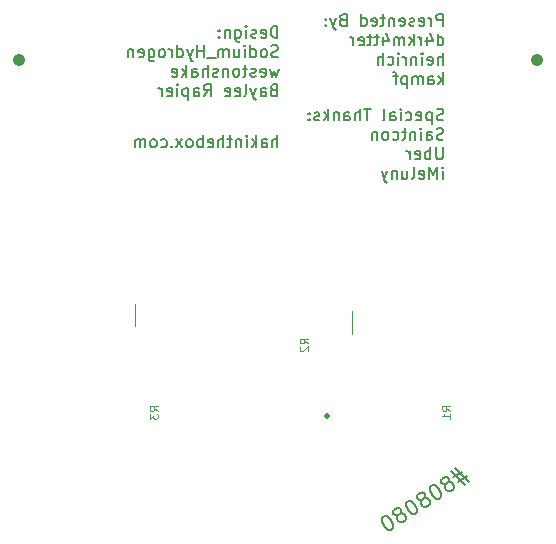
<source format=gbo>
G04 #@! TF.FileFunction,Legend,Bot*
%FSLAX46Y46*%
G04 Gerber Fmt 4.6, Leading zero omitted, Abs format (unit mm)*
G04 Created by KiCad (PCBNEW 4.0.7-e2-6376~61~ubuntu18.04.1) date Wed Sep  5 22:43:36 2018*
%MOMM*%
%LPD*%
G01*
G04 APERTURE LIST*
%ADD10C,0.100000*%
%ADD11C,0.200000*%
%ADD12C,0.150000*%
%ADD13C,0.120000*%
%ADD14C,0.500000*%
%ADD15C,1.000000*%
%ADD16C,0.105000*%
G04 APERTURE END LIST*
D10*
D11*
X173404634Y-144710905D02*
X172643840Y-145204970D01*
X172803877Y-144452054D02*
X173997513Y-145623858D01*
X173041719Y-145595571D02*
X173802513Y-145101506D01*
X173642476Y-145854422D02*
X172448840Y-144682618D01*
X172202520Y-145635787D02*
X172271021Y-145519191D01*
X172288803Y-145435534D01*
X172273647Y-145301158D01*
X172240710Y-145250438D01*
X172124114Y-145181936D01*
X172040457Y-145164154D01*
X171906080Y-145179310D01*
X171703202Y-145311061D01*
X171634700Y-145427656D01*
X171616918Y-145511313D01*
X171632075Y-145645690D01*
X171665012Y-145696410D01*
X171781607Y-145764911D01*
X171865264Y-145782693D01*
X171999642Y-145767537D01*
X172202520Y-145635787D01*
X172336897Y-145620631D01*
X172420554Y-145638413D01*
X172537149Y-145706914D01*
X172668899Y-145909793D01*
X172684055Y-146044169D01*
X172666274Y-146127827D01*
X172597772Y-146244422D01*
X172394894Y-146376172D01*
X172260517Y-146391329D01*
X172176859Y-146373546D01*
X172060264Y-146305045D01*
X171928514Y-146102166D01*
X171913358Y-145967790D01*
X171931140Y-145884133D01*
X171999642Y-145767537D01*
X170840969Y-145871002D02*
X170739530Y-145936877D01*
X170671028Y-146053472D01*
X170653246Y-146137129D01*
X170668402Y-146271507D01*
X170749433Y-146507322D01*
X170914121Y-146760920D01*
X171096592Y-146930861D01*
X171213186Y-146999362D01*
X171296845Y-147017145D01*
X171431221Y-147001989D01*
X171532660Y-146936114D01*
X171601162Y-146819518D01*
X171618944Y-146735861D01*
X171603788Y-146601484D01*
X171522756Y-146365668D01*
X171358068Y-146112070D01*
X171175598Y-145942130D01*
X171059003Y-145873628D01*
X170975346Y-145855846D01*
X170840969Y-145871002D01*
X170173735Y-146953295D02*
X170242237Y-146836699D01*
X170260019Y-146753042D01*
X170244863Y-146618666D01*
X170211925Y-146567946D01*
X170095330Y-146499444D01*
X170011673Y-146481662D01*
X169877296Y-146496818D01*
X169674418Y-146628569D01*
X169605916Y-146745164D01*
X169588134Y-146828821D01*
X169603290Y-146963198D01*
X169636228Y-147013918D01*
X169752823Y-147082419D01*
X169836480Y-147100201D01*
X169970857Y-147085045D01*
X170173735Y-146953295D01*
X170308112Y-146938139D01*
X170391770Y-146955921D01*
X170508364Y-147024422D01*
X170640115Y-147227300D01*
X170655271Y-147361677D01*
X170637489Y-147445335D01*
X170568987Y-147561930D01*
X170366110Y-147693680D01*
X170231732Y-147708837D01*
X170148075Y-147691054D01*
X170031480Y-147622553D01*
X169899729Y-147419674D01*
X169884573Y-147285298D01*
X169902355Y-147201641D01*
X169970857Y-147085045D01*
X168812184Y-147188510D02*
X168710745Y-147254385D01*
X168642244Y-147370980D01*
X168624461Y-147454637D01*
X168639618Y-147589015D01*
X168720649Y-147824830D01*
X168885337Y-148078428D01*
X169067807Y-148248369D01*
X169184402Y-148316870D01*
X169268060Y-148334652D01*
X169402437Y-148319497D01*
X169503876Y-148253622D01*
X169572378Y-148137026D01*
X169590159Y-148053369D01*
X169575003Y-147918992D01*
X169493972Y-147683176D01*
X169329283Y-147429578D01*
X169146814Y-147259638D01*
X169030219Y-147191136D01*
X168946561Y-147173354D01*
X168812184Y-147188510D01*
X168144951Y-148270803D02*
X168213452Y-148154207D01*
X168231234Y-148070550D01*
X168216079Y-147936173D01*
X168183141Y-147885454D01*
X168066546Y-147816952D01*
X167982889Y-147799170D01*
X167848511Y-147814326D01*
X167645634Y-147946077D01*
X167577132Y-148062672D01*
X167559350Y-148146329D01*
X167574506Y-148280706D01*
X167607444Y-148331426D01*
X167724038Y-148399927D01*
X167807695Y-148417709D01*
X167942073Y-148402553D01*
X168144951Y-148270803D01*
X168279328Y-148255647D01*
X168362985Y-148273429D01*
X168479580Y-148341930D01*
X168611331Y-148544808D01*
X168626486Y-148679185D01*
X168608705Y-148762843D01*
X168540203Y-148879438D01*
X168337325Y-149011188D01*
X168202948Y-149026345D01*
X168119290Y-149008562D01*
X168002696Y-148940061D01*
X167870945Y-148737182D01*
X167855789Y-148602806D01*
X167873571Y-148519149D01*
X167942073Y-148402553D01*
X166783400Y-148506018D02*
X166681961Y-148571893D01*
X166613460Y-148688488D01*
X166595677Y-148772145D01*
X166610833Y-148906523D01*
X166691864Y-149142338D01*
X166856553Y-149395936D01*
X167039023Y-149565877D01*
X167155618Y-149634378D01*
X167239276Y-149652160D01*
X167373652Y-149637005D01*
X167475091Y-149571130D01*
X167543594Y-149454534D01*
X167561375Y-149370876D01*
X167546219Y-149236500D01*
X167465188Y-149000684D01*
X167300499Y-148747086D01*
X167118029Y-148577146D01*
X167001434Y-148508643D01*
X166917777Y-148490862D01*
X166783400Y-148506018D01*
D12*
X157761905Y-117252381D02*
X157761905Y-116252381D01*
X157333333Y-117252381D02*
X157333333Y-116728571D01*
X157380952Y-116633333D01*
X157476190Y-116585714D01*
X157619048Y-116585714D01*
X157714286Y-116633333D01*
X157761905Y-116680952D01*
X156428571Y-117252381D02*
X156428571Y-116728571D01*
X156476190Y-116633333D01*
X156571428Y-116585714D01*
X156761905Y-116585714D01*
X156857143Y-116633333D01*
X156428571Y-117204762D02*
X156523809Y-117252381D01*
X156761905Y-117252381D01*
X156857143Y-117204762D01*
X156904762Y-117109524D01*
X156904762Y-117014286D01*
X156857143Y-116919048D01*
X156761905Y-116871429D01*
X156523809Y-116871429D01*
X156428571Y-116823810D01*
X155952381Y-117252381D02*
X155952381Y-116252381D01*
X155857143Y-116871429D02*
X155571428Y-117252381D01*
X155571428Y-116585714D02*
X155952381Y-116966667D01*
X155142857Y-117252381D02*
X155142857Y-116585714D01*
X155142857Y-116252381D02*
X155190476Y-116300000D01*
X155142857Y-116347619D01*
X155095238Y-116300000D01*
X155142857Y-116252381D01*
X155142857Y-116347619D01*
X154666667Y-116585714D02*
X154666667Y-117252381D01*
X154666667Y-116680952D02*
X154619048Y-116633333D01*
X154523810Y-116585714D01*
X154380952Y-116585714D01*
X154285714Y-116633333D01*
X154238095Y-116728571D01*
X154238095Y-117252381D01*
X153904762Y-116585714D02*
X153523810Y-116585714D01*
X153761905Y-116252381D02*
X153761905Y-117109524D01*
X153714286Y-117204762D01*
X153619048Y-117252381D01*
X153523810Y-117252381D01*
X153190476Y-117252381D02*
X153190476Y-116252381D01*
X152761904Y-117252381D02*
X152761904Y-116728571D01*
X152809523Y-116633333D01*
X152904761Y-116585714D01*
X153047619Y-116585714D01*
X153142857Y-116633333D01*
X153190476Y-116680952D01*
X151904761Y-117204762D02*
X151999999Y-117252381D01*
X152190476Y-117252381D01*
X152285714Y-117204762D01*
X152333333Y-117109524D01*
X152333333Y-116728571D01*
X152285714Y-116633333D01*
X152190476Y-116585714D01*
X151999999Y-116585714D01*
X151904761Y-116633333D01*
X151857142Y-116728571D01*
X151857142Y-116823810D01*
X152333333Y-116919048D01*
X151428571Y-117252381D02*
X151428571Y-116252381D01*
X151428571Y-116633333D02*
X151333333Y-116585714D01*
X151142856Y-116585714D01*
X151047618Y-116633333D01*
X150999999Y-116680952D01*
X150952380Y-116776190D01*
X150952380Y-117061905D01*
X150999999Y-117157143D01*
X151047618Y-117204762D01*
X151142856Y-117252381D01*
X151333333Y-117252381D01*
X151428571Y-117204762D01*
X150380952Y-117252381D02*
X150476190Y-117204762D01*
X150523809Y-117157143D01*
X150571428Y-117061905D01*
X150571428Y-116776190D01*
X150523809Y-116680952D01*
X150476190Y-116633333D01*
X150380952Y-116585714D01*
X150238094Y-116585714D01*
X150142856Y-116633333D01*
X150095237Y-116680952D01*
X150047618Y-116776190D01*
X150047618Y-117061905D01*
X150095237Y-117157143D01*
X150142856Y-117204762D01*
X150238094Y-117252381D01*
X150380952Y-117252381D01*
X149714285Y-117252381D02*
X149190475Y-116585714D01*
X149714285Y-116585714D02*
X149190475Y-117252381D01*
X148809523Y-117157143D02*
X148761904Y-117204762D01*
X148809523Y-117252381D01*
X148857142Y-117204762D01*
X148809523Y-117157143D01*
X148809523Y-117252381D01*
X147904761Y-117204762D02*
X147999999Y-117252381D01*
X148190476Y-117252381D01*
X148285714Y-117204762D01*
X148333333Y-117157143D01*
X148380952Y-117061905D01*
X148380952Y-116776190D01*
X148333333Y-116680952D01*
X148285714Y-116633333D01*
X148190476Y-116585714D01*
X147999999Y-116585714D01*
X147904761Y-116633333D01*
X147333333Y-117252381D02*
X147428571Y-117204762D01*
X147476190Y-117157143D01*
X147523809Y-117061905D01*
X147523809Y-116776190D01*
X147476190Y-116680952D01*
X147428571Y-116633333D01*
X147333333Y-116585714D01*
X147190475Y-116585714D01*
X147095237Y-116633333D01*
X147047618Y-116680952D01*
X146999999Y-116776190D01*
X146999999Y-117061905D01*
X147047618Y-117157143D01*
X147095237Y-117204762D01*
X147190475Y-117252381D01*
X147333333Y-117252381D01*
X146571428Y-117252381D02*
X146571428Y-116585714D01*
X146571428Y-116680952D02*
X146523809Y-116633333D01*
X146428571Y-116585714D01*
X146285713Y-116585714D01*
X146190475Y-116633333D01*
X146142856Y-116728571D01*
X146142856Y-117252381D01*
X146142856Y-116728571D02*
X146095237Y-116633333D01*
X145999999Y-116585714D01*
X145857142Y-116585714D01*
X145761904Y-116633333D01*
X145714285Y-116728571D01*
X145714285Y-117252381D01*
X157761905Y-107977381D02*
X157761905Y-106977381D01*
X157523810Y-106977381D01*
X157380952Y-107025000D01*
X157285714Y-107120238D01*
X157238095Y-107215476D01*
X157190476Y-107405952D01*
X157190476Y-107548810D01*
X157238095Y-107739286D01*
X157285714Y-107834524D01*
X157380952Y-107929762D01*
X157523810Y-107977381D01*
X157761905Y-107977381D01*
X156380952Y-107929762D02*
X156476190Y-107977381D01*
X156666667Y-107977381D01*
X156761905Y-107929762D01*
X156809524Y-107834524D01*
X156809524Y-107453571D01*
X156761905Y-107358333D01*
X156666667Y-107310714D01*
X156476190Y-107310714D01*
X156380952Y-107358333D01*
X156333333Y-107453571D01*
X156333333Y-107548810D01*
X156809524Y-107644048D01*
X155952381Y-107929762D02*
X155857143Y-107977381D01*
X155666667Y-107977381D01*
X155571428Y-107929762D01*
X155523809Y-107834524D01*
X155523809Y-107786905D01*
X155571428Y-107691667D01*
X155666667Y-107644048D01*
X155809524Y-107644048D01*
X155904762Y-107596429D01*
X155952381Y-107501190D01*
X155952381Y-107453571D01*
X155904762Y-107358333D01*
X155809524Y-107310714D01*
X155666667Y-107310714D01*
X155571428Y-107358333D01*
X155095238Y-107977381D02*
X155095238Y-107310714D01*
X155095238Y-106977381D02*
X155142857Y-107025000D01*
X155095238Y-107072619D01*
X155047619Y-107025000D01*
X155095238Y-106977381D01*
X155095238Y-107072619D01*
X154190476Y-107310714D02*
X154190476Y-108120238D01*
X154238095Y-108215476D01*
X154285714Y-108263095D01*
X154380953Y-108310714D01*
X154523810Y-108310714D01*
X154619048Y-108263095D01*
X154190476Y-107929762D02*
X154285714Y-107977381D01*
X154476191Y-107977381D01*
X154571429Y-107929762D01*
X154619048Y-107882143D01*
X154666667Y-107786905D01*
X154666667Y-107501190D01*
X154619048Y-107405952D01*
X154571429Y-107358333D01*
X154476191Y-107310714D01*
X154285714Y-107310714D01*
X154190476Y-107358333D01*
X153714286Y-107310714D02*
X153714286Y-107977381D01*
X153714286Y-107405952D02*
X153666667Y-107358333D01*
X153571429Y-107310714D01*
X153428571Y-107310714D01*
X153333333Y-107358333D01*
X153285714Y-107453571D01*
X153285714Y-107977381D01*
X152809524Y-107882143D02*
X152761905Y-107929762D01*
X152809524Y-107977381D01*
X152857143Y-107929762D01*
X152809524Y-107882143D01*
X152809524Y-107977381D01*
X152809524Y-107358333D02*
X152761905Y-107405952D01*
X152809524Y-107453571D01*
X152857143Y-107405952D01*
X152809524Y-107358333D01*
X152809524Y-107453571D01*
X157809524Y-109579762D02*
X157666667Y-109627381D01*
X157428571Y-109627381D01*
X157333333Y-109579762D01*
X157285714Y-109532143D01*
X157238095Y-109436905D01*
X157238095Y-109341667D01*
X157285714Y-109246429D01*
X157333333Y-109198810D01*
X157428571Y-109151190D01*
X157619048Y-109103571D01*
X157714286Y-109055952D01*
X157761905Y-109008333D01*
X157809524Y-108913095D01*
X157809524Y-108817857D01*
X157761905Y-108722619D01*
X157714286Y-108675000D01*
X157619048Y-108627381D01*
X157380952Y-108627381D01*
X157238095Y-108675000D01*
X156666667Y-109627381D02*
X156761905Y-109579762D01*
X156809524Y-109532143D01*
X156857143Y-109436905D01*
X156857143Y-109151190D01*
X156809524Y-109055952D01*
X156761905Y-109008333D01*
X156666667Y-108960714D01*
X156523809Y-108960714D01*
X156428571Y-109008333D01*
X156380952Y-109055952D01*
X156333333Y-109151190D01*
X156333333Y-109436905D01*
X156380952Y-109532143D01*
X156428571Y-109579762D01*
X156523809Y-109627381D01*
X156666667Y-109627381D01*
X155476190Y-109627381D02*
X155476190Y-108627381D01*
X155476190Y-109579762D02*
X155571428Y-109627381D01*
X155761905Y-109627381D01*
X155857143Y-109579762D01*
X155904762Y-109532143D01*
X155952381Y-109436905D01*
X155952381Y-109151190D01*
X155904762Y-109055952D01*
X155857143Y-109008333D01*
X155761905Y-108960714D01*
X155571428Y-108960714D01*
X155476190Y-109008333D01*
X155000000Y-109627381D02*
X155000000Y-108960714D01*
X155000000Y-108627381D02*
X155047619Y-108675000D01*
X155000000Y-108722619D01*
X154952381Y-108675000D01*
X155000000Y-108627381D01*
X155000000Y-108722619D01*
X154095238Y-108960714D02*
X154095238Y-109627381D01*
X154523810Y-108960714D02*
X154523810Y-109484524D01*
X154476191Y-109579762D01*
X154380953Y-109627381D01*
X154238095Y-109627381D01*
X154142857Y-109579762D01*
X154095238Y-109532143D01*
X153619048Y-109627381D02*
X153619048Y-108960714D01*
X153619048Y-109055952D02*
X153571429Y-109008333D01*
X153476191Y-108960714D01*
X153333333Y-108960714D01*
X153238095Y-109008333D01*
X153190476Y-109103571D01*
X153190476Y-109627381D01*
X153190476Y-109103571D02*
X153142857Y-109008333D01*
X153047619Y-108960714D01*
X152904762Y-108960714D01*
X152809524Y-109008333D01*
X152761905Y-109103571D01*
X152761905Y-109627381D01*
X152523810Y-109722619D02*
X151761905Y-109722619D01*
X151523810Y-109627381D02*
X151523810Y-108627381D01*
X151523810Y-109103571D02*
X150952381Y-109103571D01*
X150952381Y-109627381D02*
X150952381Y-108627381D01*
X150571429Y-108960714D02*
X150333334Y-109627381D01*
X150095238Y-108960714D02*
X150333334Y-109627381D01*
X150428572Y-109865476D01*
X150476191Y-109913095D01*
X150571429Y-109960714D01*
X149285714Y-109627381D02*
X149285714Y-108627381D01*
X149285714Y-109579762D02*
X149380952Y-109627381D01*
X149571429Y-109627381D01*
X149666667Y-109579762D01*
X149714286Y-109532143D01*
X149761905Y-109436905D01*
X149761905Y-109151190D01*
X149714286Y-109055952D01*
X149666667Y-109008333D01*
X149571429Y-108960714D01*
X149380952Y-108960714D01*
X149285714Y-109008333D01*
X148809524Y-109627381D02*
X148809524Y-108960714D01*
X148809524Y-109151190D02*
X148761905Y-109055952D01*
X148714286Y-109008333D01*
X148619048Y-108960714D01*
X148523809Y-108960714D01*
X148047619Y-109627381D02*
X148142857Y-109579762D01*
X148190476Y-109532143D01*
X148238095Y-109436905D01*
X148238095Y-109151190D01*
X148190476Y-109055952D01*
X148142857Y-109008333D01*
X148047619Y-108960714D01*
X147904761Y-108960714D01*
X147809523Y-109008333D01*
X147761904Y-109055952D01*
X147714285Y-109151190D01*
X147714285Y-109436905D01*
X147761904Y-109532143D01*
X147809523Y-109579762D01*
X147904761Y-109627381D01*
X148047619Y-109627381D01*
X146857142Y-108960714D02*
X146857142Y-109770238D01*
X146904761Y-109865476D01*
X146952380Y-109913095D01*
X147047619Y-109960714D01*
X147190476Y-109960714D01*
X147285714Y-109913095D01*
X146857142Y-109579762D02*
X146952380Y-109627381D01*
X147142857Y-109627381D01*
X147238095Y-109579762D01*
X147285714Y-109532143D01*
X147333333Y-109436905D01*
X147333333Y-109151190D01*
X147285714Y-109055952D01*
X147238095Y-109008333D01*
X147142857Y-108960714D01*
X146952380Y-108960714D01*
X146857142Y-109008333D01*
X145999999Y-109579762D02*
X146095237Y-109627381D01*
X146285714Y-109627381D01*
X146380952Y-109579762D01*
X146428571Y-109484524D01*
X146428571Y-109103571D01*
X146380952Y-109008333D01*
X146285714Y-108960714D01*
X146095237Y-108960714D01*
X145999999Y-109008333D01*
X145952380Y-109103571D01*
X145952380Y-109198810D01*
X146428571Y-109294048D01*
X145523809Y-108960714D02*
X145523809Y-109627381D01*
X145523809Y-109055952D02*
X145476190Y-109008333D01*
X145380952Y-108960714D01*
X145238094Y-108960714D01*
X145142856Y-109008333D01*
X145095237Y-109103571D01*
X145095237Y-109627381D01*
X157857143Y-110610714D02*
X157666667Y-111277381D01*
X157476190Y-110801190D01*
X157285714Y-111277381D01*
X157095238Y-110610714D01*
X156333333Y-111229762D02*
X156428571Y-111277381D01*
X156619048Y-111277381D01*
X156714286Y-111229762D01*
X156761905Y-111134524D01*
X156761905Y-110753571D01*
X156714286Y-110658333D01*
X156619048Y-110610714D01*
X156428571Y-110610714D01*
X156333333Y-110658333D01*
X156285714Y-110753571D01*
X156285714Y-110848810D01*
X156761905Y-110944048D01*
X155904762Y-111229762D02*
X155809524Y-111277381D01*
X155619048Y-111277381D01*
X155523809Y-111229762D01*
X155476190Y-111134524D01*
X155476190Y-111086905D01*
X155523809Y-110991667D01*
X155619048Y-110944048D01*
X155761905Y-110944048D01*
X155857143Y-110896429D01*
X155904762Y-110801190D01*
X155904762Y-110753571D01*
X155857143Y-110658333D01*
X155761905Y-110610714D01*
X155619048Y-110610714D01*
X155523809Y-110658333D01*
X155190476Y-110610714D02*
X154809524Y-110610714D01*
X155047619Y-110277381D02*
X155047619Y-111134524D01*
X155000000Y-111229762D01*
X154904762Y-111277381D01*
X154809524Y-111277381D01*
X154333333Y-111277381D02*
X154428571Y-111229762D01*
X154476190Y-111182143D01*
X154523809Y-111086905D01*
X154523809Y-110801190D01*
X154476190Y-110705952D01*
X154428571Y-110658333D01*
X154333333Y-110610714D01*
X154190475Y-110610714D01*
X154095237Y-110658333D01*
X154047618Y-110705952D01*
X153999999Y-110801190D01*
X153999999Y-111086905D01*
X154047618Y-111182143D01*
X154095237Y-111229762D01*
X154190475Y-111277381D01*
X154333333Y-111277381D01*
X153571428Y-110610714D02*
X153571428Y-111277381D01*
X153571428Y-110705952D02*
X153523809Y-110658333D01*
X153428571Y-110610714D01*
X153285713Y-110610714D01*
X153190475Y-110658333D01*
X153142856Y-110753571D01*
X153142856Y-111277381D01*
X152714285Y-111229762D02*
X152619047Y-111277381D01*
X152428571Y-111277381D01*
X152333332Y-111229762D01*
X152285713Y-111134524D01*
X152285713Y-111086905D01*
X152333332Y-110991667D01*
X152428571Y-110944048D01*
X152571428Y-110944048D01*
X152666666Y-110896429D01*
X152714285Y-110801190D01*
X152714285Y-110753571D01*
X152666666Y-110658333D01*
X152571428Y-110610714D01*
X152428571Y-110610714D01*
X152333332Y-110658333D01*
X151857142Y-111277381D02*
X151857142Y-110277381D01*
X151428570Y-111277381D02*
X151428570Y-110753571D01*
X151476189Y-110658333D01*
X151571427Y-110610714D01*
X151714285Y-110610714D01*
X151809523Y-110658333D01*
X151857142Y-110705952D01*
X150523808Y-111277381D02*
X150523808Y-110753571D01*
X150571427Y-110658333D01*
X150666665Y-110610714D01*
X150857142Y-110610714D01*
X150952380Y-110658333D01*
X150523808Y-111229762D02*
X150619046Y-111277381D01*
X150857142Y-111277381D01*
X150952380Y-111229762D01*
X150999999Y-111134524D01*
X150999999Y-111039286D01*
X150952380Y-110944048D01*
X150857142Y-110896429D01*
X150619046Y-110896429D01*
X150523808Y-110848810D01*
X150047618Y-111277381D02*
X150047618Y-110277381D01*
X149952380Y-110896429D02*
X149666665Y-111277381D01*
X149666665Y-110610714D02*
X150047618Y-110991667D01*
X148857141Y-111229762D02*
X148952379Y-111277381D01*
X149142856Y-111277381D01*
X149238094Y-111229762D01*
X149285713Y-111134524D01*
X149285713Y-110753571D01*
X149238094Y-110658333D01*
X149142856Y-110610714D01*
X148952379Y-110610714D01*
X148857141Y-110658333D01*
X148809522Y-110753571D01*
X148809522Y-110848810D01*
X149285713Y-110944048D01*
X157428571Y-112403571D02*
X157285714Y-112451190D01*
X157238095Y-112498810D01*
X157190476Y-112594048D01*
X157190476Y-112736905D01*
X157238095Y-112832143D01*
X157285714Y-112879762D01*
X157380952Y-112927381D01*
X157761905Y-112927381D01*
X157761905Y-111927381D01*
X157428571Y-111927381D01*
X157333333Y-111975000D01*
X157285714Y-112022619D01*
X157238095Y-112117857D01*
X157238095Y-112213095D01*
X157285714Y-112308333D01*
X157333333Y-112355952D01*
X157428571Y-112403571D01*
X157761905Y-112403571D01*
X156333333Y-112927381D02*
X156333333Y-112403571D01*
X156380952Y-112308333D01*
X156476190Y-112260714D01*
X156666667Y-112260714D01*
X156761905Y-112308333D01*
X156333333Y-112879762D02*
X156428571Y-112927381D01*
X156666667Y-112927381D01*
X156761905Y-112879762D01*
X156809524Y-112784524D01*
X156809524Y-112689286D01*
X156761905Y-112594048D01*
X156666667Y-112546429D01*
X156428571Y-112546429D01*
X156333333Y-112498810D01*
X155952381Y-112260714D02*
X155714286Y-112927381D01*
X155476190Y-112260714D02*
X155714286Y-112927381D01*
X155809524Y-113165476D01*
X155857143Y-113213095D01*
X155952381Y-113260714D01*
X154952381Y-112927381D02*
X155047619Y-112879762D01*
X155095238Y-112784524D01*
X155095238Y-111927381D01*
X154190475Y-112879762D02*
X154285713Y-112927381D01*
X154476190Y-112927381D01*
X154571428Y-112879762D01*
X154619047Y-112784524D01*
X154619047Y-112403571D01*
X154571428Y-112308333D01*
X154476190Y-112260714D01*
X154285713Y-112260714D01*
X154190475Y-112308333D01*
X154142856Y-112403571D01*
X154142856Y-112498810D01*
X154619047Y-112594048D01*
X153333332Y-112879762D02*
X153428570Y-112927381D01*
X153619047Y-112927381D01*
X153714285Y-112879762D01*
X153761904Y-112784524D01*
X153761904Y-112403571D01*
X153714285Y-112308333D01*
X153619047Y-112260714D01*
X153428570Y-112260714D01*
X153333332Y-112308333D01*
X153285713Y-112403571D01*
X153285713Y-112498810D01*
X153761904Y-112594048D01*
X151523808Y-112927381D02*
X151857142Y-112451190D01*
X152095237Y-112927381D02*
X152095237Y-111927381D01*
X151714284Y-111927381D01*
X151619046Y-111975000D01*
X151571427Y-112022619D01*
X151523808Y-112117857D01*
X151523808Y-112260714D01*
X151571427Y-112355952D01*
X151619046Y-112403571D01*
X151714284Y-112451190D01*
X152095237Y-112451190D01*
X150666665Y-112927381D02*
X150666665Y-112403571D01*
X150714284Y-112308333D01*
X150809522Y-112260714D01*
X150999999Y-112260714D01*
X151095237Y-112308333D01*
X150666665Y-112879762D02*
X150761903Y-112927381D01*
X150999999Y-112927381D01*
X151095237Y-112879762D01*
X151142856Y-112784524D01*
X151142856Y-112689286D01*
X151095237Y-112594048D01*
X150999999Y-112546429D01*
X150761903Y-112546429D01*
X150666665Y-112498810D01*
X150190475Y-112260714D02*
X150190475Y-113260714D01*
X150190475Y-112308333D02*
X150095237Y-112260714D01*
X149904760Y-112260714D01*
X149809522Y-112308333D01*
X149761903Y-112355952D01*
X149714284Y-112451190D01*
X149714284Y-112736905D01*
X149761903Y-112832143D01*
X149809522Y-112879762D01*
X149904760Y-112927381D01*
X150095237Y-112927381D01*
X150190475Y-112879762D01*
X149285713Y-112927381D02*
X149285713Y-112260714D01*
X149285713Y-111927381D02*
X149333332Y-111975000D01*
X149285713Y-112022619D01*
X149238094Y-111975000D01*
X149285713Y-111927381D01*
X149285713Y-112022619D01*
X148428570Y-112879762D02*
X148523808Y-112927381D01*
X148714285Y-112927381D01*
X148809523Y-112879762D01*
X148857142Y-112784524D01*
X148857142Y-112403571D01*
X148809523Y-112308333D01*
X148714285Y-112260714D01*
X148523808Y-112260714D01*
X148428570Y-112308333D01*
X148380951Y-112403571D01*
X148380951Y-112498810D01*
X148857142Y-112594048D01*
X147952380Y-112927381D02*
X147952380Y-112260714D01*
X147952380Y-112451190D02*
X147904761Y-112355952D01*
X147857142Y-112308333D01*
X147761904Y-112260714D01*
X147666665Y-112260714D01*
X171809524Y-114929762D02*
X171666667Y-114977381D01*
X171428571Y-114977381D01*
X171333333Y-114929762D01*
X171285714Y-114882143D01*
X171238095Y-114786905D01*
X171238095Y-114691667D01*
X171285714Y-114596429D01*
X171333333Y-114548810D01*
X171428571Y-114501190D01*
X171619048Y-114453571D01*
X171714286Y-114405952D01*
X171761905Y-114358333D01*
X171809524Y-114263095D01*
X171809524Y-114167857D01*
X171761905Y-114072619D01*
X171714286Y-114025000D01*
X171619048Y-113977381D01*
X171380952Y-113977381D01*
X171238095Y-114025000D01*
X170809524Y-114310714D02*
X170809524Y-115310714D01*
X170809524Y-114358333D02*
X170714286Y-114310714D01*
X170523809Y-114310714D01*
X170428571Y-114358333D01*
X170380952Y-114405952D01*
X170333333Y-114501190D01*
X170333333Y-114786905D01*
X170380952Y-114882143D01*
X170428571Y-114929762D01*
X170523809Y-114977381D01*
X170714286Y-114977381D01*
X170809524Y-114929762D01*
X169523809Y-114929762D02*
X169619047Y-114977381D01*
X169809524Y-114977381D01*
X169904762Y-114929762D01*
X169952381Y-114834524D01*
X169952381Y-114453571D01*
X169904762Y-114358333D01*
X169809524Y-114310714D01*
X169619047Y-114310714D01*
X169523809Y-114358333D01*
X169476190Y-114453571D01*
X169476190Y-114548810D01*
X169952381Y-114644048D01*
X168619047Y-114929762D02*
X168714285Y-114977381D01*
X168904762Y-114977381D01*
X169000000Y-114929762D01*
X169047619Y-114882143D01*
X169095238Y-114786905D01*
X169095238Y-114501190D01*
X169047619Y-114405952D01*
X169000000Y-114358333D01*
X168904762Y-114310714D01*
X168714285Y-114310714D01*
X168619047Y-114358333D01*
X168190476Y-114977381D02*
X168190476Y-114310714D01*
X168190476Y-113977381D02*
X168238095Y-114025000D01*
X168190476Y-114072619D01*
X168142857Y-114025000D01*
X168190476Y-113977381D01*
X168190476Y-114072619D01*
X167285714Y-114977381D02*
X167285714Y-114453571D01*
X167333333Y-114358333D01*
X167428571Y-114310714D01*
X167619048Y-114310714D01*
X167714286Y-114358333D01*
X167285714Y-114929762D02*
X167380952Y-114977381D01*
X167619048Y-114977381D01*
X167714286Y-114929762D01*
X167761905Y-114834524D01*
X167761905Y-114739286D01*
X167714286Y-114644048D01*
X167619048Y-114596429D01*
X167380952Y-114596429D01*
X167285714Y-114548810D01*
X166666667Y-114977381D02*
X166761905Y-114929762D01*
X166809524Y-114834524D01*
X166809524Y-113977381D01*
X165666666Y-113977381D02*
X165095237Y-113977381D01*
X165380952Y-114977381D02*
X165380952Y-113977381D01*
X164761904Y-114977381D02*
X164761904Y-113977381D01*
X164333332Y-114977381D02*
X164333332Y-114453571D01*
X164380951Y-114358333D01*
X164476189Y-114310714D01*
X164619047Y-114310714D01*
X164714285Y-114358333D01*
X164761904Y-114405952D01*
X163428570Y-114977381D02*
X163428570Y-114453571D01*
X163476189Y-114358333D01*
X163571427Y-114310714D01*
X163761904Y-114310714D01*
X163857142Y-114358333D01*
X163428570Y-114929762D02*
X163523808Y-114977381D01*
X163761904Y-114977381D01*
X163857142Y-114929762D01*
X163904761Y-114834524D01*
X163904761Y-114739286D01*
X163857142Y-114644048D01*
X163761904Y-114596429D01*
X163523808Y-114596429D01*
X163428570Y-114548810D01*
X162952380Y-114310714D02*
X162952380Y-114977381D01*
X162952380Y-114405952D02*
X162904761Y-114358333D01*
X162809523Y-114310714D01*
X162666665Y-114310714D01*
X162571427Y-114358333D01*
X162523808Y-114453571D01*
X162523808Y-114977381D01*
X162047618Y-114977381D02*
X162047618Y-113977381D01*
X161952380Y-114596429D02*
X161666665Y-114977381D01*
X161666665Y-114310714D02*
X162047618Y-114691667D01*
X161285713Y-114929762D02*
X161190475Y-114977381D01*
X160999999Y-114977381D01*
X160904760Y-114929762D01*
X160857141Y-114834524D01*
X160857141Y-114786905D01*
X160904760Y-114691667D01*
X160999999Y-114644048D01*
X161142856Y-114644048D01*
X161238094Y-114596429D01*
X161285713Y-114501190D01*
X161285713Y-114453571D01*
X161238094Y-114358333D01*
X161142856Y-114310714D01*
X160999999Y-114310714D01*
X160904760Y-114358333D01*
X160428570Y-114882143D02*
X160380951Y-114929762D01*
X160428570Y-114977381D01*
X160476189Y-114929762D01*
X160428570Y-114882143D01*
X160428570Y-114977381D01*
X160428570Y-114358333D02*
X160380951Y-114405952D01*
X160428570Y-114453571D01*
X160476189Y-114405952D01*
X160428570Y-114358333D01*
X160428570Y-114453571D01*
X171809524Y-116579762D02*
X171666667Y-116627381D01*
X171428571Y-116627381D01*
X171333333Y-116579762D01*
X171285714Y-116532143D01*
X171238095Y-116436905D01*
X171238095Y-116341667D01*
X171285714Y-116246429D01*
X171333333Y-116198810D01*
X171428571Y-116151190D01*
X171619048Y-116103571D01*
X171714286Y-116055952D01*
X171761905Y-116008333D01*
X171809524Y-115913095D01*
X171809524Y-115817857D01*
X171761905Y-115722619D01*
X171714286Y-115675000D01*
X171619048Y-115627381D01*
X171380952Y-115627381D01*
X171238095Y-115675000D01*
X170380952Y-116627381D02*
X170380952Y-116103571D01*
X170428571Y-116008333D01*
X170523809Y-115960714D01*
X170714286Y-115960714D01*
X170809524Y-116008333D01*
X170380952Y-116579762D02*
X170476190Y-116627381D01*
X170714286Y-116627381D01*
X170809524Y-116579762D01*
X170857143Y-116484524D01*
X170857143Y-116389286D01*
X170809524Y-116294048D01*
X170714286Y-116246429D01*
X170476190Y-116246429D01*
X170380952Y-116198810D01*
X169904762Y-116627381D02*
X169904762Y-115960714D01*
X169904762Y-115627381D02*
X169952381Y-115675000D01*
X169904762Y-115722619D01*
X169857143Y-115675000D01*
X169904762Y-115627381D01*
X169904762Y-115722619D01*
X169428572Y-115960714D02*
X169428572Y-116627381D01*
X169428572Y-116055952D02*
X169380953Y-116008333D01*
X169285715Y-115960714D01*
X169142857Y-115960714D01*
X169047619Y-116008333D01*
X169000000Y-116103571D01*
X169000000Y-116627381D01*
X168666667Y-115960714D02*
X168285715Y-115960714D01*
X168523810Y-115627381D02*
X168523810Y-116484524D01*
X168476191Y-116579762D01*
X168380953Y-116627381D01*
X168285715Y-116627381D01*
X167523809Y-116579762D02*
X167619047Y-116627381D01*
X167809524Y-116627381D01*
X167904762Y-116579762D01*
X167952381Y-116532143D01*
X168000000Y-116436905D01*
X168000000Y-116151190D01*
X167952381Y-116055952D01*
X167904762Y-116008333D01*
X167809524Y-115960714D01*
X167619047Y-115960714D01*
X167523809Y-116008333D01*
X166952381Y-116627381D02*
X167047619Y-116579762D01*
X167095238Y-116532143D01*
X167142857Y-116436905D01*
X167142857Y-116151190D01*
X167095238Y-116055952D01*
X167047619Y-116008333D01*
X166952381Y-115960714D01*
X166809523Y-115960714D01*
X166714285Y-116008333D01*
X166666666Y-116055952D01*
X166619047Y-116151190D01*
X166619047Y-116436905D01*
X166666666Y-116532143D01*
X166714285Y-116579762D01*
X166809523Y-116627381D01*
X166952381Y-116627381D01*
X166190476Y-115960714D02*
X166190476Y-116627381D01*
X166190476Y-116055952D02*
X166142857Y-116008333D01*
X166047619Y-115960714D01*
X165904761Y-115960714D01*
X165809523Y-116008333D01*
X165761904Y-116103571D01*
X165761904Y-116627381D01*
X171761905Y-117277381D02*
X171761905Y-118086905D01*
X171714286Y-118182143D01*
X171666667Y-118229762D01*
X171571429Y-118277381D01*
X171380952Y-118277381D01*
X171285714Y-118229762D01*
X171238095Y-118182143D01*
X171190476Y-118086905D01*
X171190476Y-117277381D01*
X170714286Y-118277381D02*
X170714286Y-117277381D01*
X170714286Y-117658333D02*
X170619048Y-117610714D01*
X170428571Y-117610714D01*
X170333333Y-117658333D01*
X170285714Y-117705952D01*
X170238095Y-117801190D01*
X170238095Y-118086905D01*
X170285714Y-118182143D01*
X170333333Y-118229762D01*
X170428571Y-118277381D01*
X170619048Y-118277381D01*
X170714286Y-118229762D01*
X169428571Y-118229762D02*
X169523809Y-118277381D01*
X169714286Y-118277381D01*
X169809524Y-118229762D01*
X169857143Y-118134524D01*
X169857143Y-117753571D01*
X169809524Y-117658333D01*
X169714286Y-117610714D01*
X169523809Y-117610714D01*
X169428571Y-117658333D01*
X169380952Y-117753571D01*
X169380952Y-117848810D01*
X169857143Y-117944048D01*
X168952381Y-118277381D02*
X168952381Y-117610714D01*
X168952381Y-117801190D02*
X168904762Y-117705952D01*
X168857143Y-117658333D01*
X168761905Y-117610714D01*
X168666666Y-117610714D01*
X171761905Y-119927381D02*
X171761905Y-119260714D01*
X171761905Y-118927381D02*
X171809524Y-118975000D01*
X171761905Y-119022619D01*
X171714286Y-118975000D01*
X171761905Y-118927381D01*
X171761905Y-119022619D01*
X171285715Y-119927381D02*
X171285715Y-118927381D01*
X170952381Y-119641667D01*
X170619048Y-118927381D01*
X170619048Y-119927381D01*
X169761905Y-119879762D02*
X169857143Y-119927381D01*
X170047620Y-119927381D01*
X170142858Y-119879762D01*
X170190477Y-119784524D01*
X170190477Y-119403571D01*
X170142858Y-119308333D01*
X170047620Y-119260714D01*
X169857143Y-119260714D01*
X169761905Y-119308333D01*
X169714286Y-119403571D01*
X169714286Y-119498810D01*
X170190477Y-119594048D01*
X169142858Y-119927381D02*
X169238096Y-119879762D01*
X169285715Y-119784524D01*
X169285715Y-118927381D01*
X168333333Y-119260714D02*
X168333333Y-119927381D01*
X168761905Y-119260714D02*
X168761905Y-119784524D01*
X168714286Y-119879762D01*
X168619048Y-119927381D01*
X168476190Y-119927381D01*
X168380952Y-119879762D01*
X168333333Y-119832143D01*
X167857143Y-119260714D02*
X167857143Y-119927381D01*
X167857143Y-119355952D02*
X167809524Y-119308333D01*
X167714286Y-119260714D01*
X167571428Y-119260714D01*
X167476190Y-119308333D01*
X167428571Y-119403571D01*
X167428571Y-119927381D01*
X167047619Y-119260714D02*
X166809524Y-119927381D01*
X166571428Y-119260714D02*
X166809524Y-119927381D01*
X166904762Y-120165476D01*
X166952381Y-120213095D01*
X167047619Y-120260714D01*
X171761905Y-106977381D02*
X171761905Y-105977381D01*
X171380952Y-105977381D01*
X171285714Y-106025000D01*
X171238095Y-106072619D01*
X171190476Y-106167857D01*
X171190476Y-106310714D01*
X171238095Y-106405952D01*
X171285714Y-106453571D01*
X171380952Y-106501190D01*
X171761905Y-106501190D01*
X170761905Y-106977381D02*
X170761905Y-106310714D01*
X170761905Y-106501190D02*
X170714286Y-106405952D01*
X170666667Y-106358333D01*
X170571429Y-106310714D01*
X170476190Y-106310714D01*
X169761904Y-106929762D02*
X169857142Y-106977381D01*
X170047619Y-106977381D01*
X170142857Y-106929762D01*
X170190476Y-106834524D01*
X170190476Y-106453571D01*
X170142857Y-106358333D01*
X170047619Y-106310714D01*
X169857142Y-106310714D01*
X169761904Y-106358333D01*
X169714285Y-106453571D01*
X169714285Y-106548810D01*
X170190476Y-106644048D01*
X169333333Y-106929762D02*
X169238095Y-106977381D01*
X169047619Y-106977381D01*
X168952380Y-106929762D01*
X168904761Y-106834524D01*
X168904761Y-106786905D01*
X168952380Y-106691667D01*
X169047619Y-106644048D01*
X169190476Y-106644048D01*
X169285714Y-106596429D01*
X169333333Y-106501190D01*
X169333333Y-106453571D01*
X169285714Y-106358333D01*
X169190476Y-106310714D01*
X169047619Y-106310714D01*
X168952380Y-106358333D01*
X168095237Y-106929762D02*
X168190475Y-106977381D01*
X168380952Y-106977381D01*
X168476190Y-106929762D01*
X168523809Y-106834524D01*
X168523809Y-106453571D01*
X168476190Y-106358333D01*
X168380952Y-106310714D01*
X168190475Y-106310714D01*
X168095237Y-106358333D01*
X168047618Y-106453571D01*
X168047618Y-106548810D01*
X168523809Y-106644048D01*
X167619047Y-106310714D02*
X167619047Y-106977381D01*
X167619047Y-106405952D02*
X167571428Y-106358333D01*
X167476190Y-106310714D01*
X167333332Y-106310714D01*
X167238094Y-106358333D01*
X167190475Y-106453571D01*
X167190475Y-106977381D01*
X166857142Y-106310714D02*
X166476190Y-106310714D01*
X166714285Y-105977381D02*
X166714285Y-106834524D01*
X166666666Y-106929762D01*
X166571428Y-106977381D01*
X166476190Y-106977381D01*
X165761903Y-106929762D02*
X165857141Y-106977381D01*
X166047618Y-106977381D01*
X166142856Y-106929762D01*
X166190475Y-106834524D01*
X166190475Y-106453571D01*
X166142856Y-106358333D01*
X166047618Y-106310714D01*
X165857141Y-106310714D01*
X165761903Y-106358333D01*
X165714284Y-106453571D01*
X165714284Y-106548810D01*
X166190475Y-106644048D01*
X164857141Y-106977381D02*
X164857141Y-105977381D01*
X164857141Y-106929762D02*
X164952379Y-106977381D01*
X165142856Y-106977381D01*
X165238094Y-106929762D01*
X165285713Y-106882143D01*
X165333332Y-106786905D01*
X165333332Y-106501190D01*
X165285713Y-106405952D01*
X165238094Y-106358333D01*
X165142856Y-106310714D01*
X164952379Y-106310714D01*
X164857141Y-106358333D01*
X163285712Y-106453571D02*
X163142855Y-106501190D01*
X163095236Y-106548810D01*
X163047617Y-106644048D01*
X163047617Y-106786905D01*
X163095236Y-106882143D01*
X163142855Y-106929762D01*
X163238093Y-106977381D01*
X163619046Y-106977381D01*
X163619046Y-105977381D01*
X163285712Y-105977381D01*
X163190474Y-106025000D01*
X163142855Y-106072619D01*
X163095236Y-106167857D01*
X163095236Y-106263095D01*
X163142855Y-106358333D01*
X163190474Y-106405952D01*
X163285712Y-106453571D01*
X163619046Y-106453571D01*
X162714284Y-106310714D02*
X162476189Y-106977381D01*
X162238093Y-106310714D02*
X162476189Y-106977381D01*
X162571427Y-107215476D01*
X162619046Y-107263095D01*
X162714284Y-107310714D01*
X161857141Y-106882143D02*
X161809522Y-106929762D01*
X161857141Y-106977381D01*
X161904760Y-106929762D01*
X161857141Y-106882143D01*
X161857141Y-106977381D01*
X161857141Y-106358333D02*
X161809522Y-106405952D01*
X161857141Y-106453571D01*
X161904760Y-106405952D01*
X161857141Y-106358333D01*
X161857141Y-106453571D01*
X171333333Y-108627381D02*
X171333333Y-107627381D01*
X171333333Y-108579762D02*
X171428571Y-108627381D01*
X171619048Y-108627381D01*
X171714286Y-108579762D01*
X171761905Y-108532143D01*
X171809524Y-108436905D01*
X171809524Y-108151190D01*
X171761905Y-108055952D01*
X171714286Y-108008333D01*
X171619048Y-107960714D01*
X171428571Y-107960714D01*
X171333333Y-108008333D01*
X170428571Y-107960714D02*
X170428571Y-108627381D01*
X170666667Y-107579762D02*
X170904762Y-108294048D01*
X170285714Y-108294048D01*
X169904762Y-108627381D02*
X169904762Y-107960714D01*
X169904762Y-108151190D02*
X169857143Y-108055952D01*
X169809524Y-108008333D01*
X169714286Y-107960714D01*
X169619047Y-107960714D01*
X169285714Y-108627381D02*
X169285714Y-107627381D01*
X169190476Y-108246429D02*
X168904761Y-108627381D01*
X168904761Y-107960714D02*
X169285714Y-108341667D01*
X168476190Y-108627381D02*
X168476190Y-107960714D01*
X168476190Y-108055952D02*
X168428571Y-108008333D01*
X168333333Y-107960714D01*
X168190475Y-107960714D01*
X168095237Y-108008333D01*
X168047618Y-108103571D01*
X168047618Y-108627381D01*
X168047618Y-108103571D02*
X167999999Y-108008333D01*
X167904761Y-107960714D01*
X167761904Y-107960714D01*
X167666666Y-108008333D01*
X167619047Y-108103571D01*
X167619047Y-108627381D01*
X166714285Y-107960714D02*
X166714285Y-108627381D01*
X166952381Y-107579762D02*
X167190476Y-108294048D01*
X166571428Y-108294048D01*
X166333333Y-107960714D02*
X165952381Y-107960714D01*
X166190476Y-107627381D02*
X166190476Y-108484524D01*
X166142857Y-108579762D01*
X166047619Y-108627381D01*
X165952381Y-108627381D01*
X165761904Y-107960714D02*
X165380952Y-107960714D01*
X165619047Y-107627381D02*
X165619047Y-108484524D01*
X165571428Y-108579762D01*
X165476190Y-108627381D01*
X165380952Y-108627381D01*
X164666665Y-108579762D02*
X164761903Y-108627381D01*
X164952380Y-108627381D01*
X165047618Y-108579762D01*
X165095237Y-108484524D01*
X165095237Y-108103571D01*
X165047618Y-108008333D01*
X164952380Y-107960714D01*
X164761903Y-107960714D01*
X164666665Y-108008333D01*
X164619046Y-108103571D01*
X164619046Y-108198810D01*
X165095237Y-108294048D01*
X164190475Y-108627381D02*
X164190475Y-107960714D01*
X164190475Y-108151190D02*
X164142856Y-108055952D01*
X164095237Y-108008333D01*
X163999999Y-107960714D01*
X163904760Y-107960714D01*
X171761905Y-110277381D02*
X171761905Y-109277381D01*
X171333333Y-110277381D02*
X171333333Y-109753571D01*
X171380952Y-109658333D01*
X171476190Y-109610714D01*
X171619048Y-109610714D01*
X171714286Y-109658333D01*
X171761905Y-109705952D01*
X170476190Y-110229762D02*
X170571428Y-110277381D01*
X170761905Y-110277381D01*
X170857143Y-110229762D01*
X170904762Y-110134524D01*
X170904762Y-109753571D01*
X170857143Y-109658333D01*
X170761905Y-109610714D01*
X170571428Y-109610714D01*
X170476190Y-109658333D01*
X170428571Y-109753571D01*
X170428571Y-109848810D01*
X170904762Y-109944048D01*
X170000000Y-110277381D02*
X170000000Y-109610714D01*
X170000000Y-109277381D02*
X170047619Y-109325000D01*
X170000000Y-109372619D01*
X169952381Y-109325000D01*
X170000000Y-109277381D01*
X170000000Y-109372619D01*
X169523810Y-109610714D02*
X169523810Y-110277381D01*
X169523810Y-109705952D02*
X169476191Y-109658333D01*
X169380953Y-109610714D01*
X169238095Y-109610714D01*
X169142857Y-109658333D01*
X169095238Y-109753571D01*
X169095238Y-110277381D01*
X168619048Y-110277381D02*
X168619048Y-109610714D01*
X168619048Y-109801190D02*
X168571429Y-109705952D01*
X168523810Y-109658333D01*
X168428572Y-109610714D01*
X168333333Y-109610714D01*
X168000000Y-110277381D02*
X168000000Y-109610714D01*
X168000000Y-109277381D02*
X168047619Y-109325000D01*
X168000000Y-109372619D01*
X167952381Y-109325000D01*
X168000000Y-109277381D01*
X168000000Y-109372619D01*
X167095238Y-110229762D02*
X167190476Y-110277381D01*
X167380953Y-110277381D01*
X167476191Y-110229762D01*
X167523810Y-110182143D01*
X167571429Y-110086905D01*
X167571429Y-109801190D01*
X167523810Y-109705952D01*
X167476191Y-109658333D01*
X167380953Y-109610714D01*
X167190476Y-109610714D01*
X167095238Y-109658333D01*
X166666667Y-110277381D02*
X166666667Y-109277381D01*
X166238095Y-110277381D02*
X166238095Y-109753571D01*
X166285714Y-109658333D01*
X166380952Y-109610714D01*
X166523810Y-109610714D01*
X166619048Y-109658333D01*
X166666667Y-109705952D01*
X171761905Y-111927381D02*
X171761905Y-110927381D01*
X171666667Y-111546429D02*
X171380952Y-111927381D01*
X171380952Y-111260714D02*
X171761905Y-111641667D01*
X170523809Y-111927381D02*
X170523809Y-111403571D01*
X170571428Y-111308333D01*
X170666666Y-111260714D01*
X170857143Y-111260714D01*
X170952381Y-111308333D01*
X170523809Y-111879762D02*
X170619047Y-111927381D01*
X170857143Y-111927381D01*
X170952381Y-111879762D01*
X171000000Y-111784524D01*
X171000000Y-111689286D01*
X170952381Y-111594048D01*
X170857143Y-111546429D01*
X170619047Y-111546429D01*
X170523809Y-111498810D01*
X170047619Y-111927381D02*
X170047619Y-111260714D01*
X170047619Y-111355952D02*
X170000000Y-111308333D01*
X169904762Y-111260714D01*
X169761904Y-111260714D01*
X169666666Y-111308333D01*
X169619047Y-111403571D01*
X169619047Y-111927381D01*
X169619047Y-111403571D02*
X169571428Y-111308333D01*
X169476190Y-111260714D01*
X169333333Y-111260714D01*
X169238095Y-111308333D01*
X169190476Y-111403571D01*
X169190476Y-111927381D01*
X168714286Y-111260714D02*
X168714286Y-112260714D01*
X168714286Y-111308333D02*
X168619048Y-111260714D01*
X168428571Y-111260714D01*
X168333333Y-111308333D01*
X168285714Y-111355952D01*
X168238095Y-111451190D01*
X168238095Y-111736905D01*
X168285714Y-111832143D01*
X168333333Y-111879762D01*
X168428571Y-111927381D01*
X168619048Y-111927381D01*
X168714286Y-111879762D01*
X167952381Y-111260714D02*
X167571429Y-111260714D01*
X167809524Y-111927381D02*
X167809524Y-111070238D01*
X167761905Y-110975000D01*
X167666667Y-110927381D01*
X167571429Y-110927381D01*
D13*
X145695000Y-132395000D02*
X145695000Y-130495000D01*
X164110000Y-133030000D02*
X164110000Y-131130000D01*
D14*
X161995000Y-140005000D02*
X161995000Y-140000000D01*
D15*
X135890000Y-109855000D02*
X135910000Y-109855000D01*
X179705000Y-109855000D02*
X179701000Y-109855000D01*
D16*
X160336667Y-133868334D02*
X160003333Y-133635000D01*
X160336667Y-133468334D02*
X159636667Y-133468334D01*
X159636667Y-133735000D01*
X159670000Y-133801667D01*
X159703333Y-133835000D01*
X159770000Y-133868334D01*
X159870000Y-133868334D01*
X159936667Y-133835000D01*
X159970000Y-133801667D01*
X160003333Y-133735000D01*
X160003333Y-133468334D01*
X159703333Y-134135000D02*
X159670000Y-134168334D01*
X159636667Y-134235000D01*
X159636667Y-134401667D01*
X159670000Y-134468334D01*
X159703333Y-134501667D01*
X159770000Y-134535000D01*
X159836667Y-134535000D01*
X159936667Y-134501667D01*
X160336667Y-134101667D01*
X160336667Y-134535000D01*
X172401667Y-139583334D02*
X172068333Y-139350000D01*
X172401667Y-139183334D02*
X171701667Y-139183334D01*
X171701667Y-139450000D01*
X171735000Y-139516667D01*
X171768333Y-139550000D01*
X171835000Y-139583334D01*
X171935000Y-139583334D01*
X172001667Y-139550000D01*
X172035000Y-139516667D01*
X172068333Y-139450000D01*
X172068333Y-139183334D01*
X172401667Y-140250000D02*
X172401667Y-139850000D01*
X172401667Y-140050000D02*
X171701667Y-140050000D01*
X171801667Y-139983334D01*
X171868333Y-139916667D01*
X171901667Y-139850000D01*
X147636667Y-139583334D02*
X147303333Y-139350000D01*
X147636667Y-139183334D02*
X146936667Y-139183334D01*
X146936667Y-139450000D01*
X146970000Y-139516667D01*
X147003333Y-139550000D01*
X147070000Y-139583334D01*
X147170000Y-139583334D01*
X147236667Y-139550000D01*
X147270000Y-139516667D01*
X147303333Y-139450000D01*
X147303333Y-139183334D01*
X146936667Y-139816667D02*
X146936667Y-140250000D01*
X147203333Y-140016667D01*
X147203333Y-140116667D01*
X147236667Y-140183334D01*
X147270000Y-140216667D01*
X147336667Y-140250000D01*
X147503333Y-140250000D01*
X147570000Y-140216667D01*
X147603333Y-140183334D01*
X147636667Y-140116667D01*
X147636667Y-139916667D01*
X147603333Y-139850000D01*
X147570000Y-139816667D01*
M02*

</source>
